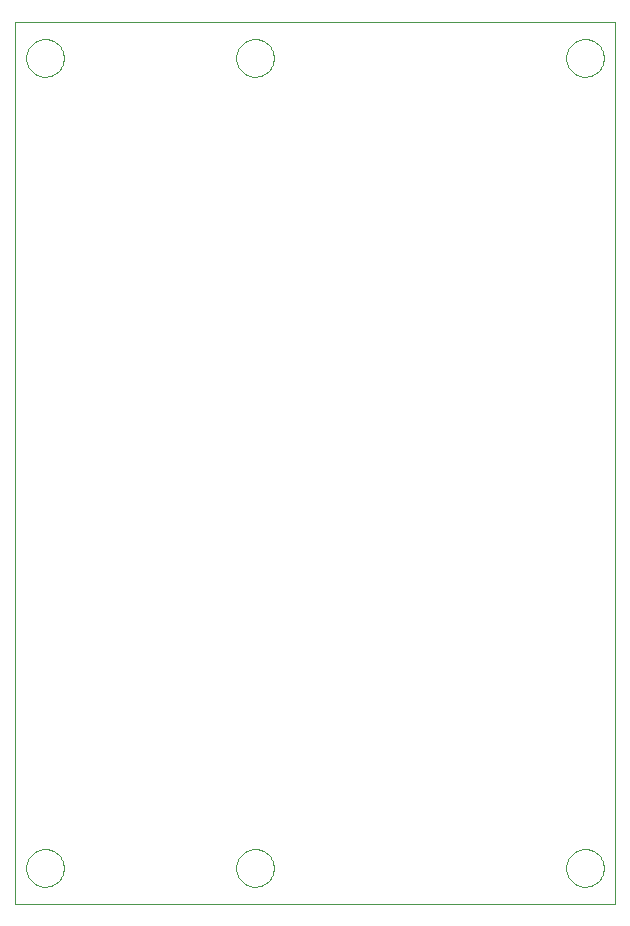
<source format=gko>
G75*
%MOIN*%
%OFA0B0*%
%FSLAX24Y24*%
%IPPOS*%
%LPD*%
%AMOC8*
5,1,8,0,0,1.08239X$1,22.5*
%
%ADD10C,0.0000*%
D10*
X000100Y000980D02*
X000100Y030380D01*
X020100Y030380D01*
X020100Y000980D01*
X000100Y000980D01*
X000475Y002180D02*
X000477Y002230D01*
X000483Y002279D01*
X000493Y002328D01*
X000506Y002375D01*
X000524Y002422D01*
X000545Y002467D01*
X000569Y002510D01*
X000597Y002551D01*
X000628Y002590D01*
X000662Y002626D01*
X000699Y002660D01*
X000739Y002690D01*
X000780Y002717D01*
X000824Y002741D01*
X000869Y002761D01*
X000916Y002777D01*
X000964Y002790D01*
X001013Y002799D01*
X001063Y002804D01*
X001112Y002805D01*
X001162Y002802D01*
X001211Y002795D01*
X001260Y002784D01*
X001307Y002770D01*
X001353Y002751D01*
X001398Y002729D01*
X001441Y002704D01*
X001481Y002675D01*
X001519Y002643D01*
X001555Y002609D01*
X001588Y002571D01*
X001617Y002531D01*
X001643Y002489D01*
X001666Y002445D01*
X001685Y002399D01*
X001701Y002352D01*
X001713Y002303D01*
X001721Y002254D01*
X001725Y002205D01*
X001725Y002155D01*
X001721Y002106D01*
X001713Y002057D01*
X001701Y002008D01*
X001685Y001961D01*
X001666Y001915D01*
X001643Y001871D01*
X001617Y001829D01*
X001588Y001789D01*
X001555Y001751D01*
X001519Y001717D01*
X001481Y001685D01*
X001441Y001656D01*
X001398Y001631D01*
X001353Y001609D01*
X001307Y001590D01*
X001260Y001576D01*
X001211Y001565D01*
X001162Y001558D01*
X001112Y001555D01*
X001063Y001556D01*
X001013Y001561D01*
X000964Y001570D01*
X000916Y001583D01*
X000869Y001599D01*
X000824Y001619D01*
X000780Y001643D01*
X000739Y001670D01*
X000699Y001700D01*
X000662Y001734D01*
X000628Y001770D01*
X000597Y001809D01*
X000569Y001850D01*
X000545Y001893D01*
X000524Y001938D01*
X000506Y001985D01*
X000493Y002032D01*
X000483Y002081D01*
X000477Y002130D01*
X000475Y002180D01*
X007475Y002180D02*
X007477Y002230D01*
X007483Y002279D01*
X007493Y002328D01*
X007506Y002375D01*
X007524Y002422D01*
X007545Y002467D01*
X007569Y002510D01*
X007597Y002551D01*
X007628Y002590D01*
X007662Y002626D01*
X007699Y002660D01*
X007739Y002690D01*
X007780Y002717D01*
X007824Y002741D01*
X007869Y002761D01*
X007916Y002777D01*
X007964Y002790D01*
X008013Y002799D01*
X008063Y002804D01*
X008112Y002805D01*
X008162Y002802D01*
X008211Y002795D01*
X008260Y002784D01*
X008307Y002770D01*
X008353Y002751D01*
X008398Y002729D01*
X008441Y002704D01*
X008481Y002675D01*
X008519Y002643D01*
X008555Y002609D01*
X008588Y002571D01*
X008617Y002531D01*
X008643Y002489D01*
X008666Y002445D01*
X008685Y002399D01*
X008701Y002352D01*
X008713Y002303D01*
X008721Y002254D01*
X008725Y002205D01*
X008725Y002155D01*
X008721Y002106D01*
X008713Y002057D01*
X008701Y002008D01*
X008685Y001961D01*
X008666Y001915D01*
X008643Y001871D01*
X008617Y001829D01*
X008588Y001789D01*
X008555Y001751D01*
X008519Y001717D01*
X008481Y001685D01*
X008441Y001656D01*
X008398Y001631D01*
X008353Y001609D01*
X008307Y001590D01*
X008260Y001576D01*
X008211Y001565D01*
X008162Y001558D01*
X008112Y001555D01*
X008063Y001556D01*
X008013Y001561D01*
X007964Y001570D01*
X007916Y001583D01*
X007869Y001599D01*
X007824Y001619D01*
X007780Y001643D01*
X007739Y001670D01*
X007699Y001700D01*
X007662Y001734D01*
X007628Y001770D01*
X007597Y001809D01*
X007569Y001850D01*
X007545Y001893D01*
X007524Y001938D01*
X007506Y001985D01*
X007493Y002032D01*
X007483Y002081D01*
X007477Y002130D01*
X007475Y002180D01*
X018475Y002180D02*
X018477Y002230D01*
X018483Y002279D01*
X018493Y002328D01*
X018506Y002375D01*
X018524Y002422D01*
X018545Y002467D01*
X018569Y002510D01*
X018597Y002551D01*
X018628Y002590D01*
X018662Y002626D01*
X018699Y002660D01*
X018739Y002690D01*
X018780Y002717D01*
X018824Y002741D01*
X018869Y002761D01*
X018916Y002777D01*
X018964Y002790D01*
X019013Y002799D01*
X019063Y002804D01*
X019112Y002805D01*
X019162Y002802D01*
X019211Y002795D01*
X019260Y002784D01*
X019307Y002770D01*
X019353Y002751D01*
X019398Y002729D01*
X019441Y002704D01*
X019481Y002675D01*
X019519Y002643D01*
X019555Y002609D01*
X019588Y002571D01*
X019617Y002531D01*
X019643Y002489D01*
X019666Y002445D01*
X019685Y002399D01*
X019701Y002352D01*
X019713Y002303D01*
X019721Y002254D01*
X019725Y002205D01*
X019725Y002155D01*
X019721Y002106D01*
X019713Y002057D01*
X019701Y002008D01*
X019685Y001961D01*
X019666Y001915D01*
X019643Y001871D01*
X019617Y001829D01*
X019588Y001789D01*
X019555Y001751D01*
X019519Y001717D01*
X019481Y001685D01*
X019441Y001656D01*
X019398Y001631D01*
X019353Y001609D01*
X019307Y001590D01*
X019260Y001576D01*
X019211Y001565D01*
X019162Y001558D01*
X019112Y001555D01*
X019063Y001556D01*
X019013Y001561D01*
X018964Y001570D01*
X018916Y001583D01*
X018869Y001599D01*
X018824Y001619D01*
X018780Y001643D01*
X018739Y001670D01*
X018699Y001700D01*
X018662Y001734D01*
X018628Y001770D01*
X018597Y001809D01*
X018569Y001850D01*
X018545Y001893D01*
X018524Y001938D01*
X018506Y001985D01*
X018493Y002032D01*
X018483Y002081D01*
X018477Y002130D01*
X018475Y002180D01*
X018475Y029180D02*
X018477Y029230D01*
X018483Y029279D01*
X018493Y029328D01*
X018506Y029375D01*
X018524Y029422D01*
X018545Y029467D01*
X018569Y029510D01*
X018597Y029551D01*
X018628Y029590D01*
X018662Y029626D01*
X018699Y029660D01*
X018739Y029690D01*
X018780Y029717D01*
X018824Y029741D01*
X018869Y029761D01*
X018916Y029777D01*
X018964Y029790D01*
X019013Y029799D01*
X019063Y029804D01*
X019112Y029805D01*
X019162Y029802D01*
X019211Y029795D01*
X019260Y029784D01*
X019307Y029770D01*
X019353Y029751D01*
X019398Y029729D01*
X019441Y029704D01*
X019481Y029675D01*
X019519Y029643D01*
X019555Y029609D01*
X019588Y029571D01*
X019617Y029531D01*
X019643Y029489D01*
X019666Y029445D01*
X019685Y029399D01*
X019701Y029352D01*
X019713Y029303D01*
X019721Y029254D01*
X019725Y029205D01*
X019725Y029155D01*
X019721Y029106D01*
X019713Y029057D01*
X019701Y029008D01*
X019685Y028961D01*
X019666Y028915D01*
X019643Y028871D01*
X019617Y028829D01*
X019588Y028789D01*
X019555Y028751D01*
X019519Y028717D01*
X019481Y028685D01*
X019441Y028656D01*
X019398Y028631D01*
X019353Y028609D01*
X019307Y028590D01*
X019260Y028576D01*
X019211Y028565D01*
X019162Y028558D01*
X019112Y028555D01*
X019063Y028556D01*
X019013Y028561D01*
X018964Y028570D01*
X018916Y028583D01*
X018869Y028599D01*
X018824Y028619D01*
X018780Y028643D01*
X018739Y028670D01*
X018699Y028700D01*
X018662Y028734D01*
X018628Y028770D01*
X018597Y028809D01*
X018569Y028850D01*
X018545Y028893D01*
X018524Y028938D01*
X018506Y028985D01*
X018493Y029032D01*
X018483Y029081D01*
X018477Y029130D01*
X018475Y029180D01*
X007475Y029180D02*
X007477Y029230D01*
X007483Y029279D01*
X007493Y029328D01*
X007506Y029375D01*
X007524Y029422D01*
X007545Y029467D01*
X007569Y029510D01*
X007597Y029551D01*
X007628Y029590D01*
X007662Y029626D01*
X007699Y029660D01*
X007739Y029690D01*
X007780Y029717D01*
X007824Y029741D01*
X007869Y029761D01*
X007916Y029777D01*
X007964Y029790D01*
X008013Y029799D01*
X008063Y029804D01*
X008112Y029805D01*
X008162Y029802D01*
X008211Y029795D01*
X008260Y029784D01*
X008307Y029770D01*
X008353Y029751D01*
X008398Y029729D01*
X008441Y029704D01*
X008481Y029675D01*
X008519Y029643D01*
X008555Y029609D01*
X008588Y029571D01*
X008617Y029531D01*
X008643Y029489D01*
X008666Y029445D01*
X008685Y029399D01*
X008701Y029352D01*
X008713Y029303D01*
X008721Y029254D01*
X008725Y029205D01*
X008725Y029155D01*
X008721Y029106D01*
X008713Y029057D01*
X008701Y029008D01*
X008685Y028961D01*
X008666Y028915D01*
X008643Y028871D01*
X008617Y028829D01*
X008588Y028789D01*
X008555Y028751D01*
X008519Y028717D01*
X008481Y028685D01*
X008441Y028656D01*
X008398Y028631D01*
X008353Y028609D01*
X008307Y028590D01*
X008260Y028576D01*
X008211Y028565D01*
X008162Y028558D01*
X008112Y028555D01*
X008063Y028556D01*
X008013Y028561D01*
X007964Y028570D01*
X007916Y028583D01*
X007869Y028599D01*
X007824Y028619D01*
X007780Y028643D01*
X007739Y028670D01*
X007699Y028700D01*
X007662Y028734D01*
X007628Y028770D01*
X007597Y028809D01*
X007569Y028850D01*
X007545Y028893D01*
X007524Y028938D01*
X007506Y028985D01*
X007493Y029032D01*
X007483Y029081D01*
X007477Y029130D01*
X007475Y029180D01*
X000475Y029180D02*
X000477Y029230D01*
X000483Y029279D01*
X000493Y029328D01*
X000506Y029375D01*
X000524Y029422D01*
X000545Y029467D01*
X000569Y029510D01*
X000597Y029551D01*
X000628Y029590D01*
X000662Y029626D01*
X000699Y029660D01*
X000739Y029690D01*
X000780Y029717D01*
X000824Y029741D01*
X000869Y029761D01*
X000916Y029777D01*
X000964Y029790D01*
X001013Y029799D01*
X001063Y029804D01*
X001112Y029805D01*
X001162Y029802D01*
X001211Y029795D01*
X001260Y029784D01*
X001307Y029770D01*
X001353Y029751D01*
X001398Y029729D01*
X001441Y029704D01*
X001481Y029675D01*
X001519Y029643D01*
X001555Y029609D01*
X001588Y029571D01*
X001617Y029531D01*
X001643Y029489D01*
X001666Y029445D01*
X001685Y029399D01*
X001701Y029352D01*
X001713Y029303D01*
X001721Y029254D01*
X001725Y029205D01*
X001725Y029155D01*
X001721Y029106D01*
X001713Y029057D01*
X001701Y029008D01*
X001685Y028961D01*
X001666Y028915D01*
X001643Y028871D01*
X001617Y028829D01*
X001588Y028789D01*
X001555Y028751D01*
X001519Y028717D01*
X001481Y028685D01*
X001441Y028656D01*
X001398Y028631D01*
X001353Y028609D01*
X001307Y028590D01*
X001260Y028576D01*
X001211Y028565D01*
X001162Y028558D01*
X001112Y028555D01*
X001063Y028556D01*
X001013Y028561D01*
X000964Y028570D01*
X000916Y028583D01*
X000869Y028599D01*
X000824Y028619D01*
X000780Y028643D01*
X000739Y028670D01*
X000699Y028700D01*
X000662Y028734D01*
X000628Y028770D01*
X000597Y028809D01*
X000569Y028850D01*
X000545Y028893D01*
X000524Y028938D01*
X000506Y028985D01*
X000493Y029032D01*
X000483Y029081D01*
X000477Y029130D01*
X000475Y029180D01*
M02*

</source>
